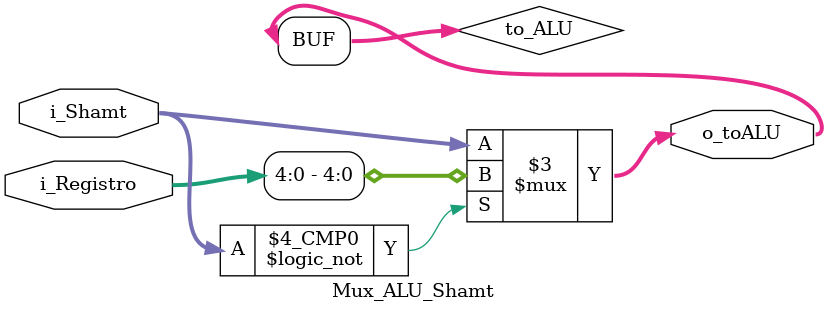
<source format=v>
`timescale 1ns / 1ps

module Mux_ALU_Shamt
    #(
        parameter NBITS     = 32,
        parameter RNBITS    = 5
    )
    (
        input   wire     [NBITS-1      :0]    i_Registro    ,
        input   wire     [RNBITS-1     :0]    i_Shamt       ,
        output  wire     [RNBITS-1     :0]    o_toALU                 
    );
    
    reg [RNBITS-1  :0]   to_ALU;
    assign  o_toALU   =   to_ALU;
    
    always @(*)
    begin
        case(i_Shamt)
            5'b00000:   to_ALU  <=      i_Registro[RNBITS-1:0]  ;
            default :   to_ALU  <=      i_Shamt                 ;
        endcase
       end   
endmodule

</source>
